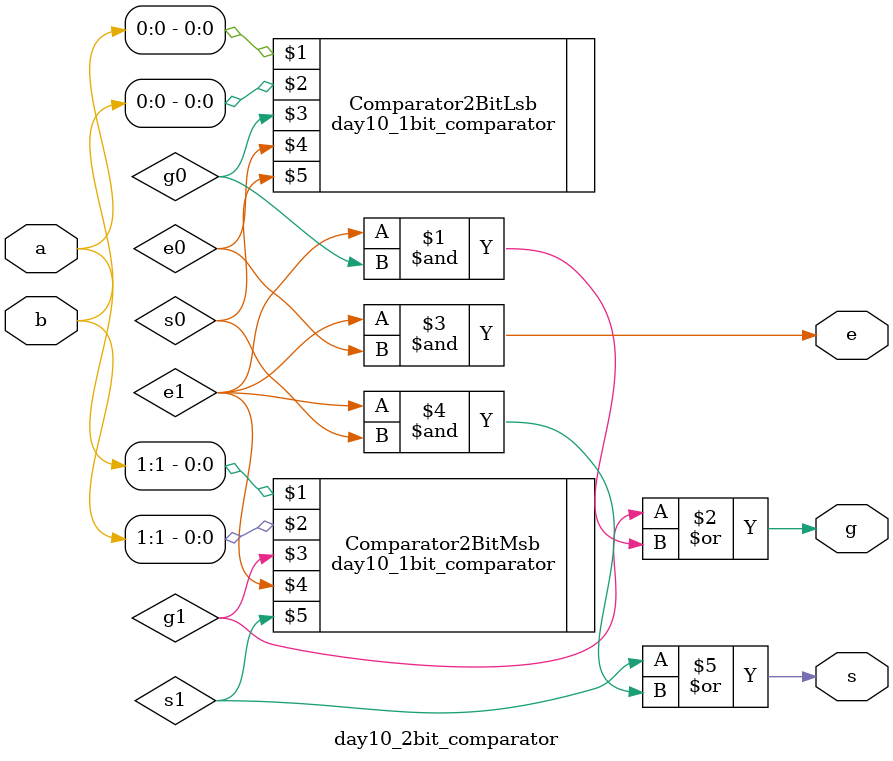
<source format=v>
`timescale 1ns / 1ps


module day10_2bit_comparator(
    input [1:0] a,
    input [1:0] b,
    output g,
    output e,
    output s
    );
    
    wire g0, g1, e0, e1, s0, s1;
    
    day10_1bit_comparator Comparator2BitMsb (a[1] , b[1], g1, e1, s1);
    day10_1bit_comparator Comparator2BitLsb (a[0] , b[0], g0, e0, s0);
    
    assign g = g1 | e1 & g0;
    assign e = e1 & e0;
    assign s = s1 | e1 & s0;
    
endmodule

</source>
